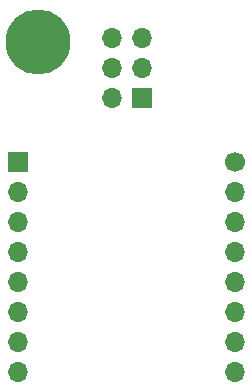
<source format=gbr>
%TF.GenerationSoftware,KiCad,Pcbnew,(6.0.0)*%
%TF.CreationDate,2022-05-30T13:25:02-04:00*%
%TF.ProjectId,JTAG_ISP-ISP,4a544147-5f49-4535-902d-4953502e6b69,v6.0.0*%
%TF.SameCoordinates,Original*%
%TF.FileFunction,Soldermask,Top*%
%TF.FilePolarity,Negative*%
%FSLAX46Y46*%
G04 Gerber Fmt 4.6, Leading zero omitted, Abs format (unit mm)*
G04 Created by KiCad (PCBNEW (6.0.0)) date 2022-05-30 13:25:02*
%MOMM*%
%LPD*%
G01*
G04 APERTURE LIST*
%ADD10C,5.500000*%
%ADD11R,1.700000X1.700000*%
%ADD12O,1.700000X1.700000*%
%ADD13C,1.700000*%
G04 APERTURE END LIST*
D10*
%TO.C,REF\u002A\u002A*%
X103972004Y-49335385D03*
%TD*%
D11*
%TO.C,J1*%
X112731016Y-54094368D03*
D12*
X110191016Y-54094368D03*
X112731016Y-51554368D03*
X110191016Y-51554368D03*
X112731016Y-49014368D03*
X110191016Y-49014368D03*
%TD*%
D13*
%TO.C,J3*%
X120642024Y-59477568D03*
D12*
X120642024Y-62017568D03*
X120642024Y-64557568D03*
X120642024Y-67097568D03*
X120642024Y-69637568D03*
X120642024Y-72177568D03*
X120642024Y-74717568D03*
X120642024Y-77257568D03*
%TD*%
D11*
%TO.C,J2*%
X102280008Y-59477568D03*
D12*
X102280008Y-62017568D03*
X102280008Y-64557568D03*
X102280008Y-67097568D03*
X102280008Y-69637568D03*
X102280008Y-72177568D03*
X102280008Y-74717568D03*
X102280008Y-77257568D03*
%TD*%
M02*

</source>
